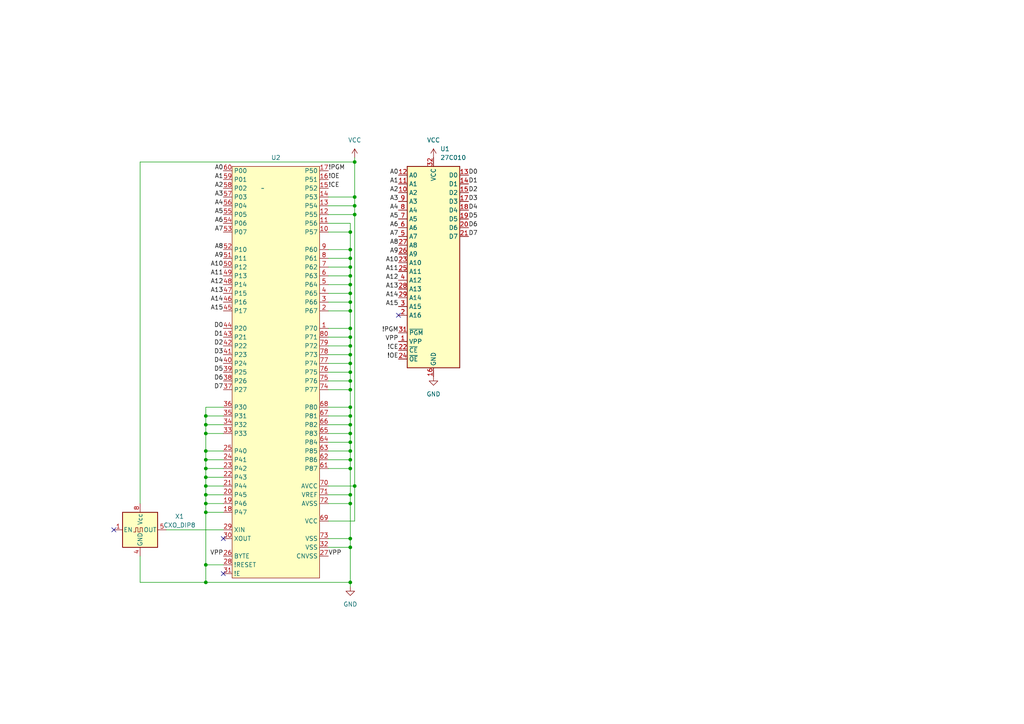
<source format=kicad_sch>
(kicad_sch (version 20230121) (generator eeschema)
  (paper "A4")
  (lib_symbols
    (symbol "M7700:M37710E8B"
      (property "Reference" "U" (at 1.27 2.54 0))
      (symbol "M37710E8B_1_0"
        (pin bidirectional line (at 27.94 -45.72 180) (length 2.54) (name "P70") (number "1"))
        (pin bidirectional line (at 27.94 -17.78 180) (length 2.54) (name "P57") (number "10"))
        (pin bidirectional line (at 27.94 -15.24 180) (length 2.54) (name "P56") (number "11"))
        (pin bidirectional line (at 27.94 -12.7 180) (length 2.54) (name "P55") (number "12"))
        (pin bidirectional line (at 27.94 -10.16 180) (length 2.54) (name "P54") (number "13"))
        (pin bidirectional line (at 27.94 -7.62 180) (length 2.54) (name "P53") (number "14"))
        (pin bidirectional line (at 27.94 -5.08 180) (length 2.54) (name "P52") (number "15"))
        (pin bidirectional line (at 27.94 -2.54 180) (length 2.54) (name "P51") (number "16"))
        (pin bidirectional line (at 27.94 0 180) (length 2.54) (name "P50") (number "17"))
        (pin bidirectional line (at -2.54 -99.06 0) (length 2.54) (name "P47") (number "18"))
        (pin bidirectional line (at -2.54 -96.52 0) (length 2.54) (name "P46") (number "19"))
        (pin bidirectional line (at 27.94 -40.64 180) (length 2.54) (name "P67") (number "2"))
        (pin bidirectional line (at -2.54 -93.98 0) (length 2.54) (name "P45") (number "20"))
        (pin bidirectional line (at -2.54 -91.44 0) (length 2.54) (name "P44") (number "21"))
        (pin bidirectional line (at -2.54 -88.9 0) (length 2.54) (name "P43") (number "22"))
        (pin bidirectional line (at -2.54 -86.36 0) (length 2.54) (name "P42") (number "23"))
        (pin bidirectional line (at -2.54 -83.82 0) (length 2.54) (name "P41") (number "24"))
        (pin bidirectional line (at -2.54 -81.28 0) (length 2.54) (name "P40") (number "25"))
        (pin bidirectional line (at -2.54 -111.76 0) (length 2.54) (name "BYTE") (number "26"))
        (pin bidirectional line (at 27.94 -111.76 180) (length 2.54) (name "CNVSS") (number "27"))
        (pin bidirectional line (at -2.54 -114.3 0) (length 2.54) (name "!RESET") (number "28"))
        (pin bidirectional line (at -2.54 -104.14 0) (length 2.54) (name "XIN") (number "29"))
        (pin bidirectional line (at 27.94 -38.1 180) (length 2.54) (name "P66") (number "3"))
        (pin bidirectional line (at -2.54 -106.68 0) (length 2.54) (name "XOUT") (number "30"))
        (pin bidirectional line (at -2.54 -116.84 0) (length 2.54) (name "!E") (number "31"))
        (pin bidirectional line (at 27.94 -109.22 180) (length 2.54) (name "VSS") (number "32"))
        (pin bidirectional line (at 27.94 -35.56 180) (length 2.54) (name "P65") (number "4"))
        (pin bidirectional line (at 27.94 -33.02 180) (length 2.54) (name "P64") (number "5"))
        (pin bidirectional line (at 27.94 -30.48 180) (length 2.54) (name "P63") (number "6"))
        (pin bidirectional line (at 27.94 -86.36 180) (length 2.54) (name "P87") (number "61"))
        (pin bidirectional line (at 27.94 -83.82 180) (length 2.54) (name "P86") (number "62"))
        (pin bidirectional line (at 27.94 -81.28 180) (length 2.54) (name "P85") (number "63"))
        (pin bidirectional line (at 27.94 -78.74 180) (length 2.54) (name "P84") (number "64"))
        (pin bidirectional line (at 27.94 -76.2 180) (length 2.54) (name "P83") (number "65"))
        (pin bidirectional line (at 27.94 -73.66 180) (length 2.54) (name "P82") (number "66"))
        (pin bidirectional line (at 27.94 -71.12 180) (length 2.54) (name "P81") (number "67"))
        (pin bidirectional line (at 27.94 -68.58 180) (length 2.54) (name "P80") (number "68"))
        (pin bidirectional line (at 27.94 -101.6 180) (length 2.54) (name "VCC") (number "69"))
        (pin bidirectional line (at 27.94 -27.94 180) (length 2.54) (name "P62") (number "7"))
        (pin bidirectional line (at 27.94 -91.44 180) (length 2.54) (name "AVCC") (number "70"))
        (pin bidirectional line (at 27.94 -93.98 180) (length 2.54) (name "VREF") (number "71"))
        (pin bidirectional line (at 27.94 -96.52 180) (length 2.54) (name "AVSS") (number "72"))
        (pin bidirectional line (at 27.94 -106.68 180) (length 2.54) (name "VSS") (number "73"))
        (pin bidirectional line (at 27.94 -63.5 180) (length 2.54) (name "P77") (number "74"))
        (pin bidirectional line (at 27.94 -60.96 180) (length 2.54) (name "P76") (number "75"))
        (pin bidirectional line (at 27.94 -58.42 180) (length 2.54) (name "P75") (number "76"))
        (pin bidirectional line (at 27.94 -55.88 180) (length 2.54) (name "P74") (number "77"))
        (pin bidirectional line (at 27.94 -53.34 180) (length 2.54) (name "P73") (number "78"))
        (pin bidirectional line (at 27.94 -50.8 180) (length 2.54) (name "P72") (number "79"))
        (pin bidirectional line (at 27.94 -25.4 180) (length 2.54) (name "P61") (number "8"))
        (pin bidirectional line (at 27.94 -48.26 180) (length 2.54) (name "P71") (number "80"))
        (pin bidirectional line (at 27.94 -22.86 180) (length 2.54) (name "P60") (number "9"))
      )
      (symbol "M37710E8B_1_1"
        (rectangle (start 0 1.27) (end 25.4 -118.11) (fill (type background)))
        (pin bidirectional line (at -2.54 -76.2 0) (length 2.54) (name "P33") (number "33"))
        (pin bidirectional line (at -2.54 -73.66 0) (length 2.54) (name "P32") (number "34"))
        (pin bidirectional line (at -2.54 -71.12 0) (length 2.54) (name "P31") (number "35"))
        (pin bidirectional line (at -2.54 -68.58 0) (length 2.54) (name "P30") (number "36"))
        (pin bidirectional line (at -2.54 -63.5 0) (length 2.54) (name "P27") (number "37"))
        (pin bidirectional line (at -2.54 -60.96 0) (length 2.54) (name "P26") (number "38"))
        (pin bidirectional line (at -2.54 -58.42 0) (length 2.54) (name "P25") (number "39"))
        (pin bidirectional line (at -2.54 -55.88 0) (length 2.54) (name "P24") (number "40"))
        (pin bidirectional line (at -2.54 -53.34 0) (length 2.54) (name "P23") (number "41"))
        (pin bidirectional line (at -2.54 -50.8 0) (length 2.54) (name "P22") (number "42"))
        (pin bidirectional line (at -2.54 -48.26 0) (length 2.54) (name "P21") (number "43"))
        (pin bidirectional line (at -2.54 -45.72 0) (length 2.54) (name "P20") (number "44"))
        (pin bidirectional line (at -2.54 -40.64 0) (length 2.54) (name "P17") (number "45"))
        (pin bidirectional line (at -2.54 -38.1 0) (length 2.54) (name "P16") (number "46"))
        (pin bidirectional line (at -2.54 -35.56 0) (length 2.54) (name "P15") (number "47"))
        (pin bidirectional line (at -2.54 -33.02 0) (length 2.54) (name "P14") (number "48"))
        (pin bidirectional line (at -2.54 -30.48 0) (length 2.54) (name "P13") (number "49"))
        (pin bidirectional line (at -2.54 -27.94 0) (length 2.54) (name "P12") (number "50"))
        (pin bidirectional line (at -2.54 -25.4 0) (length 2.54) (name "P11") (number "51"))
        (pin bidirectional line (at -2.54 -22.86 0) (length 2.54) (name "P10") (number "52"))
        (pin bidirectional line (at -2.54 -17.78 0) (length 2.54) (name "P07") (number "53"))
        (pin bidirectional line (at -2.54 -15.24 0) (length 2.54) (name "P06") (number "54"))
        (pin bidirectional line (at -2.54 -12.7 0) (length 2.54) (name "P05") (number "55"))
        (pin bidirectional line (at -2.54 -10.16 0) (length 2.54) (name "P04") (number "56"))
        (pin bidirectional line (at -2.54 -7.62 0) (length 2.54) (name "P03") (number "57"))
        (pin bidirectional line (at -2.54 -5.08 0) (length 2.54) (name "P02") (number "58"))
        (pin bidirectional line (at -2.54 -2.54 0) (length 2.54) (name "P01") (number "59"))
        (pin bidirectional line (at -2.54 0 0) (length 2.54) (name "P00") (number "60"))
      )
    )
    (symbol "Memory_EPROM:27C010"
      (property "Reference" "U" (at -7.62 29.21 0))
      (property "Value" "27C010" (at 2.54 -31.75 0))
      (symbol "27C010_1_1"
        (rectangle (start -7.62 27.94) (end 7.62 -30.48) (stroke (width 0.254)) (fill (type background)))
        (pin input line (at -10.16 -22.86 0) (length 2.54) (name "VPP") (number "1"))
        (pin input line (at -10.16 20.32 0) (length 2.54) (name "A2") (number "10"))
        (pin input line (at -10.16 22.86 0) (length 2.54) (name "A1") (number "11"))
        (pin input line (at -10.16 25.4 0) (length 2.54) (name "A0") (number "12"))
        (pin tri_state line (at 10.16 25.4 180) (length 2.54) (name "D0") (number "13"))
        (pin tri_state line (at 10.16 22.86 180) (length 2.54) (name "D1") (number "14"))
        (pin tri_state line (at 10.16 20.32 180) (length 2.54) (name "D2") (number "15"))
        (pin power_in line (at 0 -33.02 90) (length 2.54) (name "GND") (number "16"))
        (pin tri_state line (at 10.16 17.78 180) (length 2.54) (name "D3") (number "17"))
        (pin tri_state line (at 10.16 15.24 180) (length 2.54) (name "D4") (number "18"))
        (pin tri_state line (at 10.16 12.7 180) (length 2.54) (name "D5") (number "19"))
        (pin input line (at -10.16 -15.24 0) (length 2.54) (name "A16") (number "2"))
        (pin tri_state line (at 10.16 10.16 180) (length 2.54) (name "D6") (number "20"))
        (pin tri_state line (at 10.16 7.62 180) (length 2.54) (name "D7") (number "21"))
        (pin input line (at -10.16 -25.4 0) (length 2.54) (name "~{CE}") (number "22"))
        (pin input line (at -10.16 0 0) (length 2.54) (name "A10") (number "23"))
        (pin input line (at -10.16 -27.94 0) (length 2.54) (name "~{OE}") (number "24"))
        (pin input line (at -10.16 -2.54 0) (length 2.54) (name "A11") (number "25"))
        (pin input line (at -10.16 2.54 0) (length 2.54) (name "A9") (number "26"))
        (pin input line (at -10.16 5.08 0) (length 2.54) (name "A8") (number "27"))
        (pin input line (at -10.16 -7.62 0) (length 2.54) (name "A13") (number "28"))
        (pin input line (at -10.16 -10.16 0) (length 2.54) (name "A14") (number "29"))
        (pin input line (at -10.16 -12.7 0) (length 2.54) (name "A15") (number "3"))
        (pin input line (at -10.16 -20.32 0) (length 2.54) (name "~{PGM}") (number "31"))
        (pin power_in line (at 0 30.48 270) (length 2.54) (name "VCC") (number "32"))
        (pin input line (at -10.16 -5.08 0) (length 2.54) (name "A12") (number "4"))
        (pin input line (at -10.16 7.62 0) (length 2.54) (name "A7") (number "5"))
        (pin input line (at -10.16 10.16 0) (length 2.54) (name "A6") (number "6"))
        (pin input line (at -10.16 12.7 0) (length 2.54) (name "A5") (number "7"))
        (pin input line (at -10.16 15.24 0) (length 2.54) (name "A4") (number "8"))
        (pin input line (at -10.16 17.78 0) (length 2.54) (name "A3") (number "9"))
      )
    )
    (symbol "Oscillator:CXO_DIP8" (pin_names (offset 0.254))
      (property "Reference" "X" (at -5.08 6.35 0))
      (property "Value" "CXO_DIP8" (at 1.27 -6.35 0))
      (symbol "CXO_DIP8_0_1"
        (rectangle (start -5.08 5.08) (end 5.08 -5.08) (stroke (width 0.254)) (fill (type background)))
        (polyline (pts (xy -1.905 -0.635) (xy -1.27 -0.635) (xy -1.27 0.635) (xy -0.635 0.635) (xy -0.635 -0.635) (xy 0 -0.635) (xy 0 0.635) (xy 0.635 0.635) (xy 0.635 -0.635)))
      )
      (symbol "CXO_DIP8_1_1"
        (pin input line (at -7.62 0 0) (length 2.54) (name "EN") (number "1"))
        (pin power_in line (at 0 -7.62 90) (length 2.54) (name "GND") (number "4"))
        (pin output line (at 7.62 0 180) (length 2.54) (name "OUT") (number "5"))
        (pin power_in line (at 0 7.62 270) (length 2.54) (name "Vcc") (number "8"))
      )
    )
    (symbol "power:GND" (power) (pin_names (offset 0))
      (property "Value" "GND" (at 0 -3.81 0))
      (symbol "GND_0_1"
        (polyline (pts (xy 0 0) (xy 0 -1.27) (xy 1.27 -1.27) (xy 0 -2.54) (xy -1.27 -1.27) (xy 0 -1.27)))
      )
      (symbol "GND_1_1"
        (pin power_in line (at 0 0 270) (length 0) hide (name "GND") (number "1"))
      )
    )
    (symbol "power:VCC" (power) (pin_names (offset 0))
      (property "Value" "VCC" (at 0 3.81 0))
      (symbol "VCC_0_1"
        (polyline (pts (xy -0.762 1.27) (xy 0 2.54)))
        (polyline (pts (xy 0 0) (xy 0 2.54)))
        (polyline (pts (xy 0 2.54) (xy 0.762 1.27)))
      )
      (symbol "VCC_1_1"
        (pin power_in line (at 0 0 90) (length 0) hide (name "VCC") (number "1"))
      )
    )
  )
  (junction (at 101.6 158.75))
  (junction (at 59.69 140.97))
  (junction (at 101.6 85.09))
  (junction (at 101.6 87.63))
  (junction (at 101.6 77.47))
  (junction (at 101.6 97.79))
  (junction (at 59.69 143.51))
  (junction (at 101.6 82.55))
  (junction (at 101.6 125.73))
  (junction (at 101.6 123.19))
  (junction (at 101.6 130.81))
  (junction (at 101.6 105.41))
  (junction (at 59.69 138.43))
  (junction (at 101.6 74.93))
  (junction (at 59.69 146.05))
  (junction (at 101.6 72.39))
  (junction (at 59.69 148.59))
  (junction (at 101.6 113.03))
  (junction (at 59.69 123.19))
  (junction (at 102.87 57.15))
  (junction (at 101.6 100.33))
  (junction (at 101.6 156.21))
  (junction (at 59.69 125.73))
  (junction (at 101.6 67.31))
  (junction (at 101.6 120.65))
  (junction (at 59.69 133.35))
  (junction (at 102.87 140.97))
  (junction (at 101.6 128.27))
  (junction (at 101.6 80.01))
  (junction (at 59.69 135.89))
  (junction (at 102.87 62.23))
  (junction (at 101.6 135.89))
  (junction (at 59.69 130.81))
  (junction (at 101.6 110.49))
  (junction (at 101.6 146.05))
  (junction (at 101.6 95.25))
  (junction (at 59.69 163.83))
  (junction (at 59.69 120.65))
  (junction (at 102.87 46.99))
  (junction (at 101.6 133.35))
  (junction (at 101.6 90.17))
  (junction (at 101.6 102.87))
  (junction (at 101.6 168.91))
  (junction (at 101.6 118.11))
  (junction (at 101.6 143.51))
  (junction (at 59.69 168.91))
  (junction (at 102.87 59.69))
  (junction (at 101.6 107.95))
  (no_connect (at 33.02 153.67))
  (no_connect (at 115.57 91.44))
  (no_connect (at 64.77 156.21))
  (no_connect (at 64.77 166.37))
  (wire (pts (xy 95.25 125.73) (xy 101.6 125.73)))
  (wire (pts (xy 95.25 158.75) (xy 101.6 158.75)))
  (wire (pts (xy 101.6 128.27) (xy 101.6 130.81)))
  (wire (pts (xy 101.6 120.65) (xy 101.6 123.19)))
  (wire (pts (xy 95.25 85.09) (xy 101.6 85.09)))
  (wire (pts (xy 101.6 130.81) (xy 101.6 133.35)))
  (wire (pts (xy 95.25 105.41) (xy 101.6 105.41)))
  (wire (pts (xy 40.64 168.91) (xy 59.69 168.91)))
  (wire (pts (xy 101.6 80.01) (xy 101.6 82.55)))
  (wire (pts (xy 95.25 77.47) (xy 101.6 77.47)))
  (wire (pts (xy 95.25 133.35) (xy 101.6 133.35)))
  (wire (pts (xy 95.25 87.63) (xy 101.6 87.63)))
  (wire (pts (xy 101.6 95.25) (xy 101.6 97.79)))
  (wire (pts (xy 95.25 74.93) (xy 101.6 74.93)))
  (wire (pts (xy 59.69 118.11) (xy 59.69 120.65)))
  (wire (pts (xy 101.6 77.47) (xy 101.6 80.01)))
  (wire (pts (xy 95.25 80.01) (xy 101.6 80.01)))
  (wire (pts (xy 95.25 62.23) (xy 102.87 62.23)))
  (wire (pts (xy 95.25 72.39) (xy 101.6 72.39)))
  (wire (pts (xy 59.69 135.89) (xy 59.69 138.43)))
  (wire (pts (xy 59.69 143.51) (xy 59.69 146.05)))
  (wire (pts (xy 101.6 87.63) (xy 101.6 90.17)))
  (wire (pts (xy 59.69 163.83) (xy 64.77 163.83)))
  (wire (pts (xy 95.25 140.97) (xy 102.87 140.97)))
  (wire (pts (xy 101.6 90.17) (xy 101.6 95.25)))
  (wire (pts (xy 95.25 67.31) (xy 101.6 67.31)))
  (wire (pts (xy 40.64 46.99) (xy 102.87 46.99)))
  (wire (pts (xy 48.26 153.67) (xy 64.77 153.67)))
  (wire (pts (xy 101.6 118.11) (xy 101.6 120.65)))
  (wire (pts (xy 59.69 146.05) (xy 59.69 148.59)))
  (wire (pts (xy 95.25 135.89) (xy 101.6 135.89)))
  (wire (pts (xy 59.69 168.91) (xy 101.6 168.91)))
  (wire (pts (xy 101.6 168.91) (xy 101.6 170.18)))
  (wire (pts (xy 101.6 102.87) (xy 101.6 105.41)))
  (wire (pts (xy 101.6 67.31) (xy 101.6 72.39)))
  (wire (pts (xy 101.6 72.39) (xy 101.6 74.93)))
  (wire (pts (xy 101.6 74.93) (xy 101.6 77.47)))
  (wire (pts (xy 59.69 138.43) (xy 64.77 138.43)))
  (wire (pts (xy 102.87 57.15) (xy 102.87 59.69)))
  (wire (pts (xy 101.6 146.05) (xy 101.6 156.21)))
  (wire (pts (xy 95.25 113.03) (xy 101.6 113.03)))
  (wire (pts (xy 95.25 143.51) (xy 101.6 143.51)))
  (wire (pts (xy 95.25 102.87) (xy 101.6 102.87)))
  (wire (pts (xy 101.6 125.73) (xy 101.6 128.27)))
  (wire (pts (xy 102.87 140.97) (xy 102.87 151.13)))
  (wire (pts (xy 59.69 140.97) (xy 59.69 143.51)))
  (wire (pts (xy 95.25 82.55) (xy 101.6 82.55)))
  (wire (pts (xy 59.69 148.59) (xy 64.77 148.59)))
  (wire (pts (xy 102.87 45.72) (xy 102.87 46.99)))
  (wire (pts (xy 59.69 146.05) (xy 64.77 146.05)))
  (wire (pts (xy 40.64 161.29) (xy 40.64 168.91)))
  (wire (pts (xy 95.25 146.05) (xy 101.6 146.05)))
  (wire (pts (xy 59.69 148.59) (xy 59.69 163.83)))
  (wire (pts (xy 101.6 110.49) (xy 101.6 113.03)))
  (wire (pts (xy 101.6 158.75) (xy 101.6 168.91)))
  (wire (pts (xy 101.6 85.09) (xy 101.6 87.63)))
  (wire (pts (xy 101.6 82.55) (xy 101.6 85.09)))
  (wire (pts (xy 95.25 118.11) (xy 101.6 118.11)))
  (wire (pts (xy 101.6 123.19) (xy 101.6 125.73)))
  (wire (pts (xy 101.6 156.21) (xy 101.6 158.75)))
  (wire (pts (xy 101.6 143.51) (xy 101.6 146.05)))
  (wire (pts (xy 95.25 156.21) (xy 101.6 156.21)))
  (wire (pts (xy 59.69 123.19) (xy 64.77 123.19)))
  (wire (pts (xy 59.69 125.73) (xy 59.69 130.81)))
  (wire (pts (xy 95.25 130.81) (xy 101.6 130.81)))
  (wire (pts (xy 64.77 118.11) (xy 59.69 118.11)))
  (wire (pts (xy 95.25 107.95) (xy 101.6 107.95)))
  (wire (pts (xy 102.87 151.13) (xy 95.25 151.13)))
  (wire (pts (xy 59.69 125.73) (xy 64.77 125.73)))
  (wire (pts (xy 102.87 59.69) (xy 102.87 62.23)))
  (wire (pts (xy 95.25 57.15) (xy 102.87 57.15)))
  (wire (pts (xy 101.6 97.79) (xy 101.6 100.33)))
  (wire (pts (xy 95.25 90.17) (xy 101.6 90.17)))
  (wire (pts (xy 102.87 62.23) (xy 102.87 140.97)))
  (wire (pts (xy 101.6 100.33) (xy 101.6 102.87)))
  (wire (pts (xy 59.69 143.51) (xy 64.77 143.51)))
  (wire (pts (xy 59.69 120.65) (xy 64.77 120.65)))
  (wire (pts (xy 59.69 123.19) (xy 59.69 125.73)))
  (wire (pts (xy 95.25 120.65) (xy 101.6 120.65)))
  (wire (pts (xy 95.25 59.69) (xy 102.87 59.69)))
  (wire (pts (xy 59.69 120.65) (xy 59.69 123.19)))
  (wire (pts (xy 59.69 140.97) (xy 64.77 140.97)))
  (wire (pts (xy 95.25 97.79) (xy 101.6 97.79)))
  (wire (pts (xy 59.69 130.81) (xy 59.69 133.35)))
  (wire (pts (xy 101.6 135.89) (xy 101.6 143.51)))
  (wire (pts (xy 101.6 107.95) (xy 101.6 110.49)))
  (wire (pts (xy 59.69 135.89) (xy 64.77 135.89)))
  (wire (pts (xy 59.69 133.35) (xy 64.77 133.35)))
  (wire (pts (xy 95.25 123.19) (xy 101.6 123.19)))
  (wire (pts (xy 95.25 110.49) (xy 101.6 110.49)))
  (wire (pts (xy 102.87 46.99) (xy 102.87 57.15)))
  (wire (pts (xy 59.69 130.81) (xy 64.77 130.81)))
  (wire (pts (xy 95.25 64.77) (xy 101.6 64.77)))
  (wire (pts (xy 101.6 133.35) (xy 101.6 135.89)))
  (wire (pts (xy 59.69 138.43) (xy 59.69 140.97)))
  (wire (pts (xy 59.69 133.35) (xy 59.69 135.89)))
  (wire (pts (xy 59.69 163.83) (xy 59.69 168.91)))
  (wire (pts (xy 101.6 105.41) (xy 101.6 107.95)))
  (wire (pts (xy 101.6 113.03) (xy 101.6 118.11)))
  (wire (pts (xy 95.25 100.33) (xy 101.6 100.33)))
  (wire (pts (xy 95.25 95.25) (xy 101.6 95.25)))
  (wire (pts (xy 101.6 64.77) (xy 101.6 67.31)))
  (wire (pts (xy 40.64 46.99) (xy 40.64 146.05)))
  (wire (pts (xy 95.25 128.27) (xy 101.6 128.27)))
  (label "A3" (at 115.57 58.42 180))
  (label "A13" (at 64.77 85.09 180))
  (label "!OE" (at 115.57 104.14 180))
  (label "D7" (at 64.77 113.03 180))
  (label "A14" (at 115.57 86.36 180))
  (label "A5" (at 64.77 62.23 180))
  (label "D5" (at 64.77 107.95 180))
  (label "!CE" (at 115.57 101.6 180))
  (label "A10" (at 115.57 76.2 180))
  (label "!PGM" (at 95.25 49.53 0))
  (label "D7" (at 135.89 68.58 0))
  (label "A10" (at 64.77 77.47 180))
  (label "A9" (at 115.57 73.66 180))
  (label "A6" (at 64.77 64.77 180))
  (label "A12" (at 64.77 82.55 180))
  (label "A2" (at 64.77 54.61 180))
  (label "A8" (at 64.77 72.39 180))
  (label "VPP" (at 64.77 161.29 180))
  (label "D6" (at 135.89 66.04 0))
  (label "A1" (at 64.77 52.07 180))
  (label "A0" (at 64.77 49.53 180))
  (label "D6" (at 64.77 110.49 180))
  (label "A15" (at 64.77 90.17 180))
  (label "VPP" (at 95.25 161.29 0))
  (label "A9" (at 64.77 74.93 180))
  (label "D1" (at 64.77 97.79 180))
  (label "A15" (at 115.57 88.9 180))
  (label "D4" (at 64.77 105.41 180))
  (label "!OE" (at 95.25 52.07 0))
  (label "!PGM" (at 115.57 96.52 180))
  (label "A14" (at 64.77 87.63 180))
  (label "D0" (at 135.89 50.8 0))
  (label "D2" (at 64.77 100.33 180))
  (label "D1" (at 135.89 53.34 0))
  (label "D0" (at 64.77 95.25 180))
  (label "A8" (at 115.57 71.12 180))
  (label "A2" (at 115.57 55.88 180))
  (label "A0" (at 115.57 50.8 180))
  (label "A11" (at 115.57 78.74 180))
  (label "A7" (at 64.77 67.31 180))
  (label "A11" (at 64.77 80.01 180))
  (label "A12" (at 115.57 81.28 180))
  (label "A5" (at 115.57 63.5 180))
  (label "D2" (at 135.89 55.88 0))
  (label "A7" (at 115.57 68.58 180))
  (label "D3" (at 64.77 102.87 180))
  (label "A3" (at 64.77 57.15 180))
  (label "A4" (at 64.77 59.69 180))
  (label "A13" (at 115.57 83.82 180))
  (label "VPP" (at 115.57 99.06 180))
  (label "A1" (at 115.57 53.34 180))
  (label "A6" (at 115.57 66.04 180))
  (label "A4" (at 115.57 60.96 180))
  (label "D4" (at 135.89 60.96 0))
  (label "D3" (at 135.89 58.42 0))
  (label "D5" (at 135.89 63.5 0))
  (label "!CE" (at 95.25 54.61 0))
  (symbol (lib_id "power:GND") (at 101.6 170.18 0) (unit 1)
    (property "Reference" "#PWR02" (effects hide))
    (property "Value" "GND" (at 101.6 175.26 0))
  )
  (symbol (lib_id "Oscillator:CXO_DIP8") (at 40.64 153.67 0) (unit 1)
    (property "Reference" "X1" (at 52.07 149.7839 0))
    (property "Value" "CXO_DIP8" (at 52.07 152.3239 0))
    (property "Footprint" "Oscillator:Oscillator_DIP-8" (effects hide))
    (property "Datasheet" "http://cdn-reichelt.de/documents/datenblatt/B400/OSZI.pdf" (effects hide))
  )
  (symbol (lib_id "power:VCC") (at 125.73 45.72 0) (unit 1)
    (property "Reference" "#PWR03" (effects hide))
    (property "Value" "VCC" (at 125.73 40.64 0))
  )
  (symbol (lib_id "M7700:M37710E8B") (at 67.31 49.53 0) (unit 1)
    (property "Reference" "U2" (at 80.01 45.72 0))
    (property "Value" "~" (at 76.2 54.61 0))
    (property "Footprint" "M7700:QFP080-P-1420" (effects hide))
  )
  (symbol (lib_id "power:VCC") (at 102.87 45.72 0) (unit 1)
    (property "Reference" "#PWR04" (effects hide))
    (property "Value" "VCC" (at 102.87 40.64 0))
  )
  (symbol (lib_id "power:GND") (at 125.73 109.22 0) (unit 1)
    (property "Reference" "#PWR01" (effects hide))
    (property "Value" "GND" (at 125.73 114.3 0))
  )
  (symbol (lib_id "Memory_EPROM:27C010") (at 125.73 76.2 0) (unit 1)
    (property "Reference" "U1" (at 127.6859 43.18 0) (effects (justify left)))
    (property "Value" "27C010" (at 127.6859 45.72 0) (effects (justify left)))
    (property "Footprint" "Package_DIP:DIP-32_W7.62mm" (effects hide))
    (property "Datasheet" "http://ww1.microchip.com/downloads/en/DeviceDoc/doc0321.pdf" (effects hide))
  )
)
</source>
